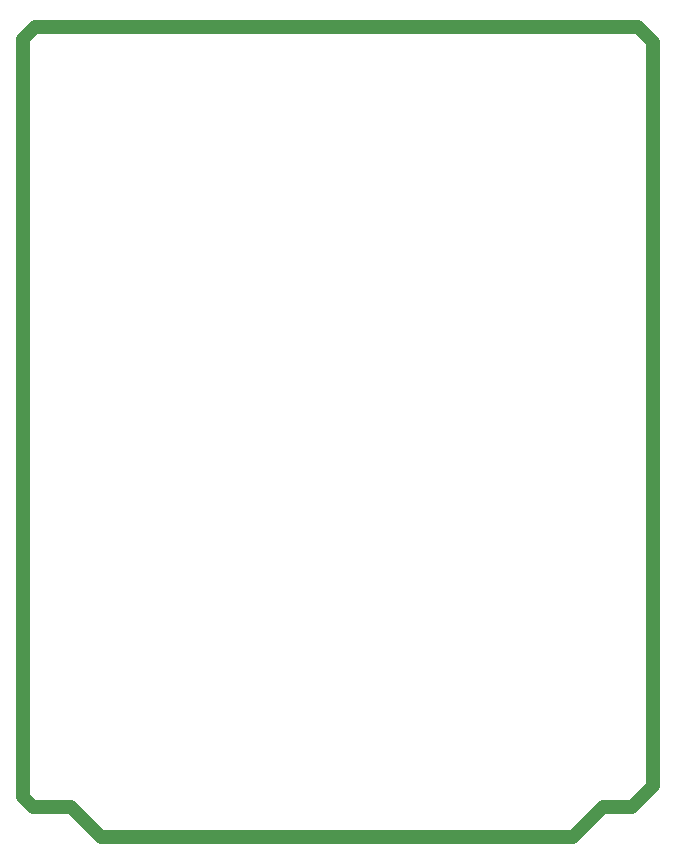
<source format=gko>
G04*
G04 #@! TF.GenerationSoftware,Altium Limited,Altium Designer,20.0.9 (164)*
G04*
G04 Layer_Color=16711935*
%FSLAX25Y25*%
%MOIN*%
G70*
G01*
G75*
%ADD85C,0.04724*%
D85*
X-105500Y132000D02*
X-101500Y136000D01*
X99500Y136000D01*
X104500Y131000D01*
Y-117000D02*
Y131000D01*
X97500Y-124000D02*
X104500Y-117000D01*
X87900Y-124000D02*
X97500D01*
X77900Y-134000D02*
X87900Y-124000D01*
X-79500Y-134000D02*
X77900Y-134000D01*
X-89500Y-124000D02*
X-79500Y-134000D01*
X-102200Y-124000D02*
X-89500D01*
X-105500Y-120700D02*
X-102200Y-124000D01*
X-105500Y-120700D02*
Y132000D01*
M02*

</source>
